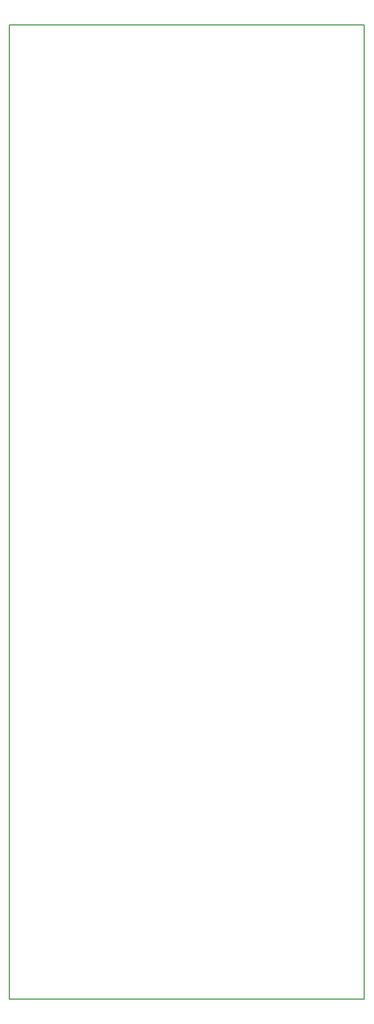
<source format=gbr>
G04 #@! TF.GenerationSoftware,KiCad,Pcbnew,(5.0.0-rc2-dev-493-gd776eaca8)*
G04 #@! TF.CreationDate,2018-07-04T02:07:02-03:00*
G04 #@! TF.ProjectId,climobike,636C696D6F62696B652E6B696361645F,rev?*
G04 #@! TF.SameCoordinates,PX6467e23PY9df22fc*
G04 #@! TF.FileFunction,Profile,NP*
%FSLAX46Y46*%
G04 Gerber Fmt 4.6, Leading zero omitted, Abs format (unit mm)*
G04 Created by KiCad (PCBNEW (5.0.0-rc2-dev-493-gd776eaca8)) date Wed Jul  4 02:07:02 2018*
%MOMM*%
%LPD*%
G01*
G04 APERTURE LIST*
%ADD10C,0.200000*%
G04 APERTURE END LIST*
D10*
X0Y0D02*
X57999999Y0D01*
X-1Y159000000D02*
X0Y0D01*
X57999999Y159000000D02*
X-1Y159000000D01*
X57999999Y0D02*
X57999999Y159000000D01*
M02*

</source>
